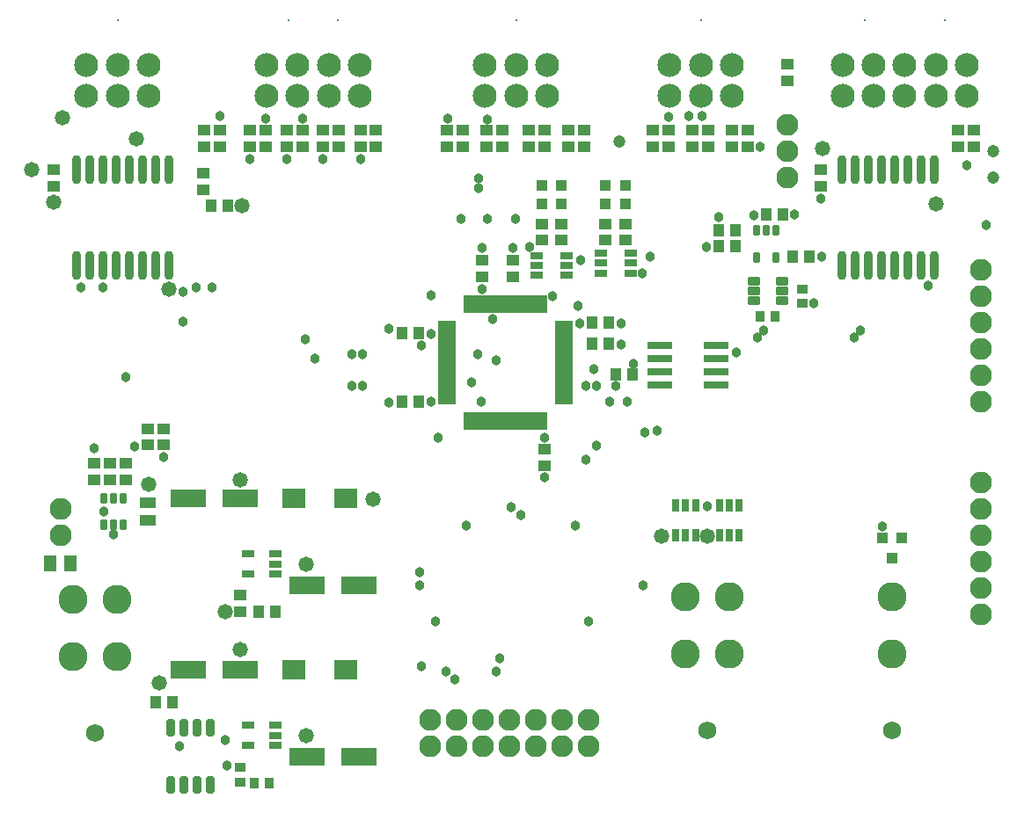
<source format=gts>
G04*
G04 #@! TF.GenerationSoftware,Altium Limited,CircuitStudio,1.5.2 (30)*
G04*
G04 Layer_Color=20142*
%FSLAX25Y25*%
%MOIN*%
G70*
G01*
G75*
%ADD29R,0.03937X0.03937*%
%ADD55R,0.05131X0.03162*%
%ADD56R,0.04343X0.04737*%
%ADD57R,0.04737X0.04343*%
%ADD58R,0.09461X0.02769*%
%ADD59C,0.04737*%
%ADD60O,0.03556X0.11036*%
%ADD61R,0.08674X0.07493*%
%ADD62R,0.13398X0.07099*%
%ADD63R,0.04934X0.06312*%
G04:AMPARAMS|DCode=64|XSize=29.65mil|YSize=39.5mil|CornerRadius=5.95mil|HoleSize=0mil|Usage=FLASHONLY|Rotation=180.000|XOffset=0mil|YOffset=0mil|HoleType=Round|Shape=RoundedRectangle|*
%AMROUNDEDRECTD64*
21,1,0.02965,0.02760,0,0,180.0*
21,1,0.01776,0.03950,0,0,180.0*
1,1,0.01190,-0.00888,0.01380*
1,1,0.01190,0.00888,0.01380*
1,1,0.01190,0.00888,-0.01380*
1,1,0.01190,-0.00888,-0.01380*
%
%ADD64ROUNDEDRECTD64*%
%ADD65R,0.05918X0.04147*%
G04:AMPARAMS|DCode=66|XSize=31.62mil|YSize=65.09mil|CornerRadius=6.01mil|HoleSize=0mil|Usage=FLASHONLY|Rotation=0.000|XOffset=0mil|YOffset=0mil|HoleType=Round|Shape=RoundedRectangle|*
%AMROUNDEDRECTD66*
21,1,0.03162,0.05307,0,0,0.0*
21,1,0.01961,0.06509,0,0,0.0*
1,1,0.01202,0.00980,-0.02654*
1,1,0.01202,-0.00980,-0.02654*
1,1,0.01202,-0.00980,0.02654*
1,1,0.01202,0.00980,0.02654*
%
%ADD66ROUNDEDRECTD66*%
%ADD67R,0.03556X0.04343*%
%ADD68R,0.04343X0.03556*%
%ADD69R,0.03162X0.05131*%
%ADD70R,0.03950X0.04343*%
%ADD71R,0.01900X0.06600*%
%ADD72R,0.06600X0.01900*%
%ADD73R,0.05131X0.03162*%
G04:AMPARAMS|DCode=74|XSize=31.62mil|YSize=47.37mil|CornerRadius=6.01mil|HoleSize=0mil|Usage=FLASHONLY|Rotation=270.000|XOffset=0mil|YOffset=0mil|HoleType=Round|Shape=RoundedRectangle|*
%AMROUNDEDRECTD74*
21,1,0.03162,0.03535,0,0,270.0*
21,1,0.01961,0.04737,0,0,270.0*
1,1,0.01202,-0.01768,-0.00980*
1,1,0.01202,-0.01768,0.00980*
1,1,0.01202,0.01768,0.00980*
1,1,0.01202,0.01768,-0.00980*
%
%ADD74ROUNDEDRECTD74*%
%ADD75C,0.08280*%
%ADD76C,0.11036*%
%ADD77C,0.06800*%
%ADD78C,0.00800*%
%ADD79C,0.09068*%
%ADD80C,0.03800*%
%ADD81C,0.05800*%
D29*
X333858Y412402D02*
D03*
Y405709D02*
D03*
X326378Y412402D02*
D03*
Y405709D02*
D03*
X309449Y412402D02*
D03*
Y405709D02*
D03*
X302362Y412402D02*
D03*
Y405709D02*
D03*
D55*
X201118Y265276D02*
D03*
Y269016D02*
D03*
Y272756D02*
D03*
X190882Y265276D02*
D03*
Y272756D02*
D03*
Y207756D02*
D03*
Y200276D02*
D03*
X201118Y207756D02*
D03*
Y204016D02*
D03*
Y200276D02*
D03*
D56*
X201150Y251016D02*
D03*
X194850D02*
D03*
X330315Y340945D02*
D03*
X336614D02*
D03*
X155905Y216535D02*
D03*
X162205D02*
D03*
X321181Y352378D02*
D03*
X327480D02*
D03*
Y360378D02*
D03*
X321181D02*
D03*
X249181Y330378D02*
D03*
X255480D02*
D03*
X249181Y356378D02*
D03*
X255480D02*
D03*
X403543Y385433D02*
D03*
X397244D02*
D03*
X393480Y401378D02*
D03*
X387181D02*
D03*
X375480Y395378D02*
D03*
X369181D02*
D03*
X375480Y389378D02*
D03*
X369181D02*
D03*
X176969Y404724D02*
D03*
X183268D02*
D03*
D57*
X188000Y257165D02*
D03*
Y250866D02*
D03*
X459842Y427165D02*
D03*
Y433465D02*
D03*
X465748Y433465D02*
D03*
Y427165D02*
D03*
X318331Y433528D02*
D03*
Y427228D02*
D03*
X312331Y433528D02*
D03*
Y427228D02*
D03*
X303331Y433528D02*
D03*
Y427228D02*
D03*
X297331Y433528D02*
D03*
Y427228D02*
D03*
X287331Y433528D02*
D03*
Y427228D02*
D03*
X281331Y433528D02*
D03*
Y427228D02*
D03*
X272331Y433528D02*
D03*
Y427228D02*
D03*
X266331Y433528D02*
D03*
Y427228D02*
D03*
X374331Y427228D02*
D03*
Y433528D02*
D03*
X380331Y427228D02*
D03*
Y433528D02*
D03*
X365331Y427228D02*
D03*
Y433528D02*
D03*
X359331Y427228D02*
D03*
Y433528D02*
D03*
X350331Y427228D02*
D03*
Y433528D02*
D03*
X344331Y427228D02*
D03*
Y433528D02*
D03*
X239370Y427165D02*
D03*
Y433465D02*
D03*
X233465D02*
D03*
Y427165D02*
D03*
X225197D02*
D03*
Y433465D02*
D03*
X219291D02*
D03*
Y427165D02*
D03*
X211417D02*
D03*
Y433465D02*
D03*
X205512Y427165D02*
D03*
Y433465D02*
D03*
X197638Y427165D02*
D03*
Y433465D02*
D03*
X191732D02*
D03*
Y427165D02*
D03*
X180118Y433591D02*
D03*
Y427291D02*
D03*
X174118Y427291D02*
D03*
Y433591D02*
D03*
X132425Y300866D02*
D03*
Y307165D02*
D03*
X138425Y300866D02*
D03*
Y307165D02*
D03*
X144425D02*
D03*
Y300866D02*
D03*
X153055Y320362D02*
D03*
Y314063D02*
D03*
X159055Y314063D02*
D03*
Y320362D02*
D03*
X303331Y306228D02*
D03*
Y312528D02*
D03*
X279528Y384252D02*
D03*
Y377953D02*
D03*
X291339Y384252D02*
D03*
Y377953D02*
D03*
X309449Y391732D02*
D03*
Y398031D02*
D03*
X302362Y391732D02*
D03*
Y398031D02*
D03*
X326378Y391732D02*
D03*
Y398031D02*
D03*
X333858Y391732D02*
D03*
Y398031D02*
D03*
X117323Y418504D02*
D03*
Y412205D02*
D03*
X407874Y418504D02*
D03*
Y412205D02*
D03*
X395331Y452228D02*
D03*
Y458528D02*
D03*
X174016Y411024D02*
D03*
Y417323D02*
D03*
D58*
X346850Y352008D02*
D03*
Y347008D02*
D03*
Y342008D02*
D03*
Y337008D02*
D03*
X368110Y352008D02*
D03*
Y347008D02*
D03*
Y342008D02*
D03*
Y337008D02*
D03*
D59*
X331496Y429134D02*
D03*
X473331Y415378D02*
D03*
Y425378D02*
D03*
D60*
X160831Y418488D02*
D03*
X155831D02*
D03*
X150831D02*
D03*
X145831D02*
D03*
X140831D02*
D03*
X135831D02*
D03*
X130831D02*
D03*
X125831D02*
D03*
X160831Y382268D02*
D03*
X155831D02*
D03*
X150831D02*
D03*
X145831D02*
D03*
X140831D02*
D03*
X135831D02*
D03*
X130831D02*
D03*
X125831D02*
D03*
X450831Y418488D02*
D03*
X445831D02*
D03*
X440831D02*
D03*
X435831D02*
D03*
X430831D02*
D03*
X425831D02*
D03*
X420831D02*
D03*
X415831D02*
D03*
X450831Y382268D02*
D03*
X445831D02*
D03*
X440831D02*
D03*
X435831D02*
D03*
X430831D02*
D03*
X425831D02*
D03*
X420831D02*
D03*
X415831D02*
D03*
D61*
X208157Y294016D02*
D03*
X227842D02*
D03*
X208157Y229016D02*
D03*
X227842D02*
D03*
D62*
X232842Y261016D02*
D03*
X213158D02*
D03*
X168157Y294016D02*
D03*
X187843D02*
D03*
X232842Y196016D02*
D03*
X213158D02*
D03*
X168157Y229016D02*
D03*
X187843D02*
D03*
D63*
X115945Y269291D02*
D03*
X123425D02*
D03*
D64*
X136260Y283996D02*
D03*
X140000D02*
D03*
X143740D02*
D03*
Y294035D02*
D03*
X140000D02*
D03*
X136260D02*
D03*
X391071Y395398D02*
D03*
X387331D02*
D03*
X383591D02*
D03*
Y385358D02*
D03*
X391071D02*
D03*
D65*
X153000Y285669D02*
D03*
Y292362D02*
D03*
D66*
X161500Y185287D02*
D03*
X166500D02*
D03*
X171500D02*
D03*
X176500D02*
D03*
X161500Y206744D02*
D03*
X166500D02*
D03*
X171500D02*
D03*
X176500D02*
D03*
D67*
X193244Y186016D02*
D03*
X198756D02*
D03*
X385039Y362992D02*
D03*
X390551D02*
D03*
D68*
X188000Y191772D02*
D03*
Y186260D02*
D03*
X400913Y373236D02*
D03*
Y367724D02*
D03*
D69*
X360433Y279724D02*
D03*
X356693D02*
D03*
X352953D02*
D03*
Y291142D02*
D03*
X356693D02*
D03*
X360433D02*
D03*
X376969Y279724D02*
D03*
X373228D02*
D03*
X369488D02*
D03*
Y291142D02*
D03*
X373228D02*
D03*
X376969D02*
D03*
D70*
X435000Y271063D02*
D03*
X431260Y278937D02*
D03*
X438740D02*
D03*
D71*
X303131Y367478D02*
D03*
X301131D02*
D03*
X299131D02*
D03*
X297231D02*
D03*
X295231D02*
D03*
X293231D02*
D03*
X291331D02*
D03*
X289331D02*
D03*
X287331D02*
D03*
X285331D02*
D03*
X283431D02*
D03*
X281431D02*
D03*
X279431D02*
D03*
X277531D02*
D03*
X275531D02*
D03*
X273531D02*
D03*
Y323278D02*
D03*
X275531D02*
D03*
X277531D02*
D03*
X279431D02*
D03*
X281431D02*
D03*
X283431D02*
D03*
X285331D02*
D03*
X287331D02*
D03*
X289331D02*
D03*
X291331D02*
D03*
X293231D02*
D03*
X295231D02*
D03*
X297231D02*
D03*
X299131D02*
D03*
X301131D02*
D03*
X303131D02*
D03*
D72*
X266231Y360178D02*
D03*
Y358178D02*
D03*
Y356178D02*
D03*
Y354278D02*
D03*
Y352278D02*
D03*
Y350278D02*
D03*
Y348378D02*
D03*
Y346378D02*
D03*
Y344378D02*
D03*
Y342378D02*
D03*
Y340478D02*
D03*
Y338478D02*
D03*
Y336478D02*
D03*
Y334578D02*
D03*
Y332578D02*
D03*
Y330578D02*
D03*
X310431D02*
D03*
Y332578D02*
D03*
Y334578D02*
D03*
Y336478D02*
D03*
Y338478D02*
D03*
Y340478D02*
D03*
Y342378D02*
D03*
Y344378D02*
D03*
Y346378D02*
D03*
Y348378D02*
D03*
Y350278D02*
D03*
Y352278D02*
D03*
Y354278D02*
D03*
Y356178D02*
D03*
Y358178D02*
D03*
Y360178D02*
D03*
D73*
X300197Y378543D02*
D03*
Y382283D02*
D03*
Y386024D02*
D03*
X311614D02*
D03*
Y382283D02*
D03*
Y378543D02*
D03*
X324606Y379331D02*
D03*
Y383071D02*
D03*
Y386811D02*
D03*
X336024D02*
D03*
Y383071D02*
D03*
Y379331D02*
D03*
D74*
X382500Y368740D02*
D03*
Y372480D02*
D03*
Y376220D02*
D03*
X393327D02*
D03*
Y372480D02*
D03*
Y368740D02*
D03*
D75*
X468504Y250000D02*
D03*
Y260000D02*
D03*
Y270000D02*
D03*
Y280000D02*
D03*
Y290000D02*
D03*
Y300000D02*
D03*
X260000Y210000D02*
D03*
X270000D02*
D03*
X280000D02*
D03*
X290000D02*
D03*
X300000D02*
D03*
X310000D02*
D03*
X320000D02*
D03*
Y200000D02*
D03*
X310000D02*
D03*
X300000D02*
D03*
X290000D02*
D03*
X280000D02*
D03*
X270000D02*
D03*
X260000D02*
D03*
X120000Y280000D02*
D03*
Y290000D02*
D03*
X395331Y415378D02*
D03*
Y425378D02*
D03*
Y435378D02*
D03*
X468504Y330709D02*
D03*
Y340709D02*
D03*
Y350709D02*
D03*
Y360709D02*
D03*
Y370709D02*
D03*
Y380709D02*
D03*
D76*
X124732Y233740D02*
D03*
Y255394D02*
D03*
X141268D02*
D03*
Y233740D02*
D03*
X356732Y234724D02*
D03*
Y256378D02*
D03*
X373268D02*
D03*
Y234724D02*
D03*
X435000Y256378D02*
D03*
Y234724D02*
D03*
D77*
X133000Y205000D02*
D03*
X365000Y205984D02*
D03*
X435000D02*
D03*
D78*
X362520Y475197D02*
D03*
X424512D02*
D03*
X454827D02*
D03*
X292520D02*
D03*
X206323D02*
D03*
X224827D02*
D03*
X141520D02*
D03*
D79*
X374331Y458189D02*
D03*
X362520D02*
D03*
X350709D02*
D03*
Y446378D02*
D03*
X362520D02*
D03*
X374331D02*
D03*
X463331Y458189D02*
D03*
X451520D02*
D03*
X439709D02*
D03*
X427898D02*
D03*
X416087D02*
D03*
Y446378D02*
D03*
X427898D02*
D03*
X439709D02*
D03*
X451520D02*
D03*
X463331D02*
D03*
X304331Y458189D02*
D03*
X292520D02*
D03*
X280709D02*
D03*
Y446378D02*
D03*
X292520D02*
D03*
X304331D02*
D03*
X233331Y458189D02*
D03*
X221520D02*
D03*
X209709D02*
D03*
X197898D02*
D03*
Y446378D02*
D03*
X209709D02*
D03*
X221520D02*
D03*
X233331D02*
D03*
X153331Y458189D02*
D03*
X141520D02*
D03*
X129709D02*
D03*
Y446378D02*
D03*
X141520D02*
D03*
X153331D02*
D03*
D80*
X144488Y339764D02*
D03*
X337008Y344882D02*
D03*
X375984Y349213D02*
D03*
X330315Y336614D02*
D03*
X334646Y330709D02*
D03*
X322047Y342913D02*
D03*
X290551Y290551D02*
D03*
X294094Y287402D02*
D03*
X463386Y420079D02*
D03*
X470472Y397638D02*
D03*
X369291Y400394D02*
D03*
X260236Y370866D02*
D03*
X320079Y247244D02*
D03*
X261811D02*
D03*
X343307Y385433D02*
D03*
X256693Y230315D02*
D03*
X255906Y265748D02*
D03*
X262992Y316929D02*
D03*
X269291Y225197D02*
D03*
X265748Y228346D02*
D03*
X159055Y309449D02*
D03*
X314961Y283465D02*
D03*
X273622D02*
D03*
X271654Y400000D02*
D03*
X279134Y330709D02*
D03*
X182087Y202165D02*
D03*
X164961Y200000D02*
D03*
X183071Y192520D02*
D03*
X306299Y370472D02*
D03*
X318898Y308661D02*
D03*
X322835Y313779D02*
D03*
X256692Y351969D02*
D03*
X318898Y336614D02*
D03*
X322835D02*
D03*
X286221Y233071D02*
D03*
X285039Y228346D02*
D03*
X327953Y330578D02*
D03*
X260236D02*
D03*
Y356178D02*
D03*
X303150Y316929D02*
D03*
X316535Y360178D02*
D03*
X279431Y373228D02*
D03*
X266535Y437795D02*
D03*
X281496Y437402D02*
D03*
Y400000D02*
D03*
X292126D02*
D03*
X279528Y388976D02*
D03*
X291339D02*
D03*
X171260Y374016D02*
D03*
X177165D02*
D03*
X127559D02*
D03*
X135831Y374020D02*
D03*
X212598Y354331D02*
D03*
X216142Y346850D02*
D03*
X211417Y437795D02*
D03*
X197638D02*
D03*
X358012Y438839D02*
D03*
X278346Y411417D02*
D03*
Y415354D02*
D03*
X140000Y280079D02*
D03*
X431260Y283307D02*
D03*
X297638Y389370D02*
D03*
X316929Y384252D02*
D03*
X332283Y352362D02*
D03*
Y360236D02*
D03*
X275590Y337795D02*
D03*
X362992Y438976D02*
D03*
X180315D02*
D03*
X191732Y422441D02*
D03*
X205512D02*
D03*
X219291D02*
D03*
X233465D02*
D03*
X244094Y330315D02*
D03*
Y358268D02*
D03*
X350394Y438583D02*
D03*
X407874Y407480D02*
D03*
X382677Y401181D02*
D03*
X408268Y385433D02*
D03*
X397835Y401378D02*
D03*
X405118Y367717D02*
D03*
X364567Y389370D02*
D03*
X277953Y348425D02*
D03*
X285039Y346063D02*
D03*
X315748Y366929D02*
D03*
X386221Y357480D02*
D03*
X383857Y354724D02*
D03*
X422835Y357480D02*
D03*
X420472Y354724D02*
D03*
X303331Y301756D02*
D03*
X341339Y318898D02*
D03*
X283465Y361811D02*
D03*
X346063Y319685D02*
D03*
X340354Y379331D02*
D03*
X230315Y336614D02*
D03*
Y348425D02*
D03*
X234252Y336614D02*
D03*
Y348425D02*
D03*
X255906Y261024D02*
D03*
X364961Y290945D02*
D03*
X340551Y261024D02*
D03*
X448425Y374410D02*
D03*
X385039Y427165D02*
D03*
X148031Y313386D02*
D03*
X132425Y312992D02*
D03*
X136221Y288976D02*
D03*
X166142Y372047D02*
D03*
Y361024D02*
D03*
D81*
X238189Y293701D02*
D03*
X212913Y204016D02*
D03*
X212874Y269016D02*
D03*
X187795Y236614D02*
D03*
X182283Y250787D02*
D03*
X187795Y300787D02*
D03*
X153150Y299213D02*
D03*
X157087Y224016D02*
D03*
X160927Y373325D02*
D03*
X109055Y418504D02*
D03*
X117323Y406299D02*
D03*
X408661Y426378D02*
D03*
X347638Y279528D02*
D03*
X364961D02*
D03*
X451575Y405512D02*
D03*
X188583Y404724D02*
D03*
X120472Y438189D02*
D03*
X148425Y430315D02*
D03*
M02*

</source>
